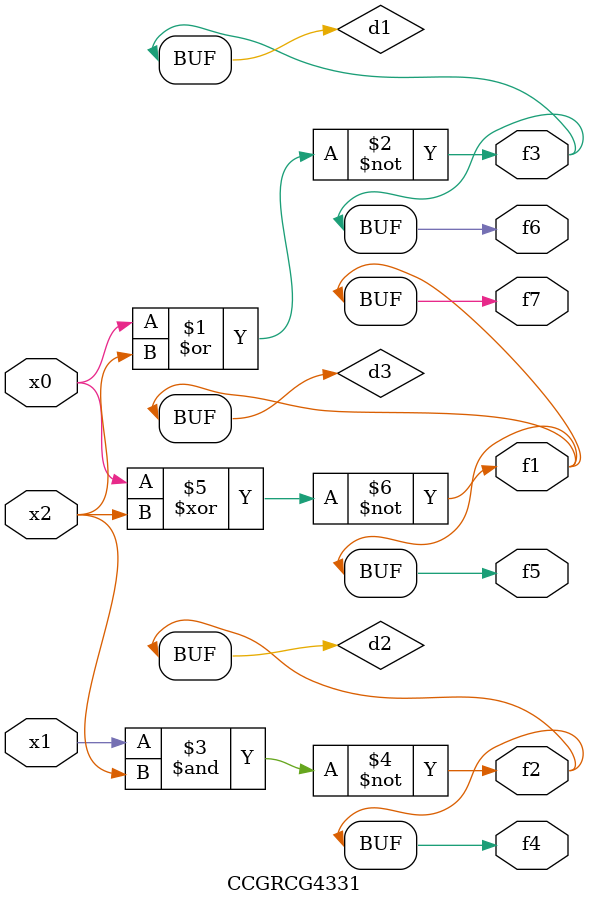
<source format=v>
module CCGRCG4331(
	input x0, x1, x2,
	output f1, f2, f3, f4, f5, f6, f7
);

	wire d1, d2, d3;

	nor (d1, x0, x2);
	nand (d2, x1, x2);
	xnor (d3, x0, x2);
	assign f1 = d3;
	assign f2 = d2;
	assign f3 = d1;
	assign f4 = d2;
	assign f5 = d3;
	assign f6 = d1;
	assign f7 = d3;
endmodule

</source>
